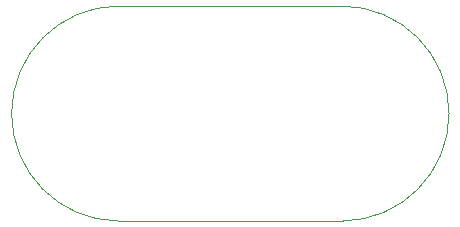
<source format=gbr>
%TF.GenerationSoftware,KiCad,Pcbnew,(6.0.5)*%
%TF.CreationDate,2022-05-17T08:39:17+02:00*%
%TF.ProjectId,supply2usb,73757070-6c79-4327-9573-622e6b696361,rev?*%
%TF.SameCoordinates,Original*%
%TF.FileFunction,Profile,NP*%
%FSLAX46Y46*%
G04 Gerber Fmt 4.6, Leading zero omitted, Abs format (unit mm)*
G04 Created by KiCad (PCBNEW (6.0.5)) date 2022-05-17 08:39:17*
%MOMM*%
%LPD*%
G01*
G04 APERTURE LIST*
%TA.AperFunction,Profile*%
%ADD10C,0.100000*%
%TD*%
G04 APERTURE END LIST*
D10*
X110000000Y-80900001D02*
G75*
G03*
X110000000Y-99099999I79410J-9099999D01*
G01*
X110000000Y-99099999D02*
X129000000Y-99100000D01*
X129000000Y-80900000D02*
X110000000Y-80900001D01*
X129000000Y-99099998D02*
G75*
G03*
X129000000Y-80900002I-79410J9099998D01*
G01*
M02*

</source>
